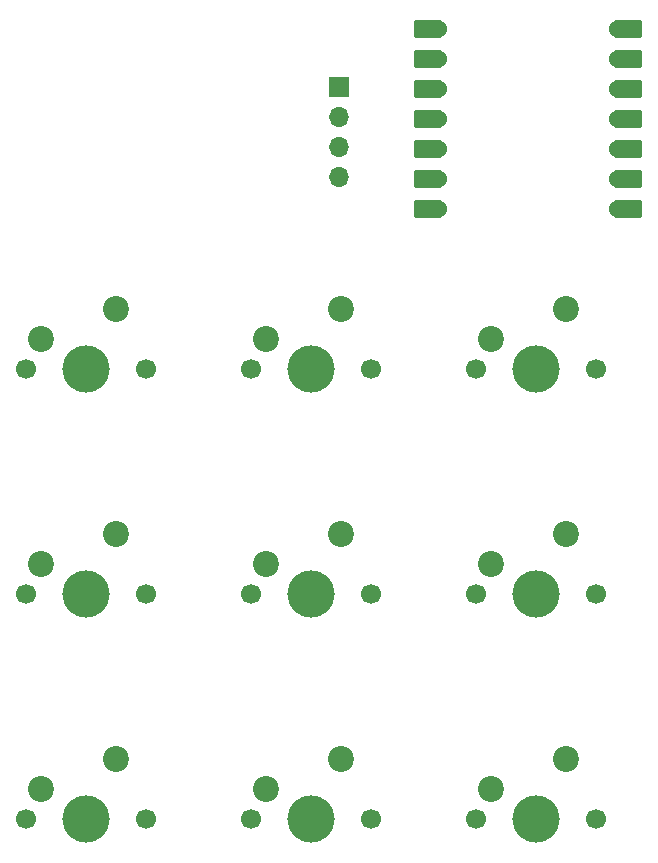
<source format=gbr>
%TF.GenerationSoftware,KiCad,Pcbnew,9.0.2*%
%TF.CreationDate,2025-06-15T22:04:45+08:00*%
%TF.ProjectId,osuPad,6f737550-6164-42e6-9b69-6361645f7063,rev?*%
%TF.SameCoordinates,Original*%
%TF.FileFunction,Soldermask,Top*%
%TF.FilePolarity,Negative*%
%FSLAX46Y46*%
G04 Gerber Fmt 4.6, Leading zero omitted, Abs format (unit mm)*
G04 Created by KiCad (PCBNEW 9.0.2) date 2025-06-15 22:04:45*
%MOMM*%
%LPD*%
G01*
G04 APERTURE LIST*
G04 Aperture macros list*
%AMRoundRect*
0 Rectangle with rounded corners*
0 $1 Rounding radius*
0 $2 $3 $4 $5 $6 $7 $8 $9 X,Y pos of 4 corners*
0 Add a 4 corners polygon primitive as box body*
4,1,4,$2,$3,$4,$5,$6,$7,$8,$9,$2,$3,0*
0 Add four circle primitives for the rounded corners*
1,1,$1+$1,$2,$3*
1,1,$1+$1,$4,$5*
1,1,$1+$1,$6,$7*
1,1,$1+$1,$8,$9*
0 Add four rect primitives between the rounded corners*
20,1,$1+$1,$2,$3,$4,$5,0*
20,1,$1+$1,$4,$5,$6,$7,0*
20,1,$1+$1,$6,$7,$8,$9,0*
20,1,$1+$1,$8,$9,$2,$3,0*%
G04 Aperture macros list end*
%ADD10C,1.700000*%
%ADD11C,4.000000*%
%ADD12C,2.200000*%
%ADD13R,1.700000X1.700000*%
%ADD14O,1.700000X1.700000*%
%ADD15RoundRect,0.152400X1.063600X0.609600X-1.063600X0.609600X-1.063600X-0.609600X1.063600X-0.609600X0*%
%ADD16C,1.524000*%
%ADD17RoundRect,0.152400X-1.063600X-0.609600X1.063600X-0.609600X1.063600X0.609600X-1.063600X0.609600X0*%
G04 APERTURE END LIST*
D10*
%TO.C,SW4*%
X109620000Y-110750000D03*
D11*
X114700000Y-110750000D03*
D10*
X119780000Y-110750000D03*
D12*
X117240000Y-105670000D03*
X110890000Y-108210000D03*
%TD*%
D10*
%TO.C,SW5*%
X128670000Y-110750000D03*
D11*
X133750000Y-110750000D03*
D10*
X138830000Y-110750000D03*
D12*
X136290000Y-105670000D03*
X129940000Y-108210000D03*
%TD*%
D10*
%TO.C,SW6*%
X147720000Y-110750000D03*
D11*
X152800000Y-110750000D03*
D10*
X157880000Y-110750000D03*
D12*
X155340000Y-105670000D03*
X148990000Y-108210000D03*
%TD*%
D13*
%TO.C,Brd1*%
X136131250Y-67848750D03*
D14*
X136131250Y-70388750D03*
X136131250Y-72928750D03*
X136131250Y-75468750D03*
%TD*%
D10*
%TO.C,SW9*%
X147720000Y-91700000D03*
D11*
X152800000Y-91700000D03*
D10*
X157880000Y-91700000D03*
D12*
X155340000Y-86620000D03*
X148990000Y-89160000D03*
%TD*%
D10*
%TO.C,SW1*%
X109620000Y-129800000D03*
D11*
X114700000Y-129800000D03*
D10*
X119780000Y-129800000D03*
D12*
X117240000Y-124720000D03*
X110890000Y-127260000D03*
%TD*%
D10*
%TO.C,SW8*%
X128670000Y-91700000D03*
D11*
X133750000Y-91700000D03*
D10*
X138830000Y-91700000D03*
D12*
X136290000Y-86620000D03*
X129940000Y-89160000D03*
%TD*%
D10*
%TO.C,SW7*%
X109620000Y-91700000D03*
D11*
X114700000Y-91700000D03*
D10*
X119780000Y-91700000D03*
D12*
X117240000Y-86620000D03*
X110890000Y-89160000D03*
%TD*%
D10*
%TO.C,SW3*%
X147720000Y-129800000D03*
D11*
X152800000Y-129800000D03*
D10*
X157880000Y-129800000D03*
D12*
X155340000Y-124720000D03*
X148990000Y-127260000D03*
%TD*%
D15*
%TO.C,U1*%
X143721250Y-62928750D03*
D16*
X144556250Y-62928750D03*
D15*
X143721250Y-65468750D03*
D16*
X144556250Y-65468750D03*
D15*
X143721250Y-68008750D03*
D16*
X144556250Y-68008750D03*
D15*
X143721250Y-70548750D03*
D16*
X144556250Y-70548750D03*
D15*
X143721250Y-73088750D03*
D16*
X144556250Y-73088750D03*
D15*
X143721250Y-75628750D03*
D16*
X144556250Y-75628750D03*
D15*
X143721250Y-78168750D03*
D16*
X144556250Y-78168750D03*
X159796250Y-78168750D03*
D17*
X160631250Y-78168750D03*
D16*
X159796250Y-75628750D03*
D17*
X160631250Y-75628750D03*
D16*
X159796250Y-73088750D03*
D17*
X160631250Y-73088750D03*
D16*
X159796250Y-70548750D03*
D17*
X160631250Y-70548750D03*
D16*
X159796250Y-68008750D03*
D17*
X160631250Y-68008750D03*
D16*
X159796250Y-65468750D03*
D17*
X160631250Y-65468750D03*
D16*
X159796250Y-62928750D03*
D17*
X160631250Y-62928750D03*
%TD*%
D10*
%TO.C,SW2*%
X128670000Y-129800000D03*
D11*
X133750000Y-129800000D03*
D10*
X138830000Y-129800000D03*
D12*
X136290000Y-124720000D03*
X129940000Y-127260000D03*
%TD*%
M02*

</source>
